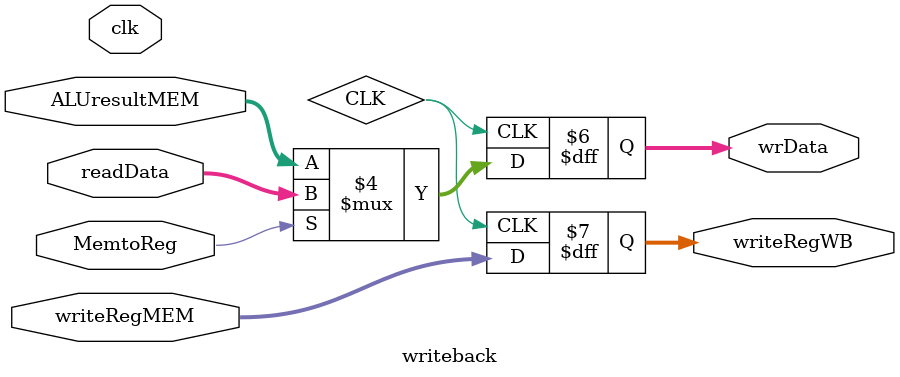
<source format=v>


module writeback(
 input clk,

 input [31:0] readData,
 input [31:0] ALUresultMEM,
 input MemtoReg,
 input [4:0] writeRegMEM,

 output reg [31:0] wrData,
 output reg [4:0] writeRegWB
 ); 

 initial
 begin
  wrData <= 32'b0;
  writeRegWB <= 5'b1;
 end

 always @(posedge CLK)
 begin
  if(MemtoReg)
  begin
   wrData <= readData;
  end
  else
  begin
   wrData <= ALUresultMEM;
  end
  writeRegWB <= writeRegMEM;
 end
    
endmodule

</source>
